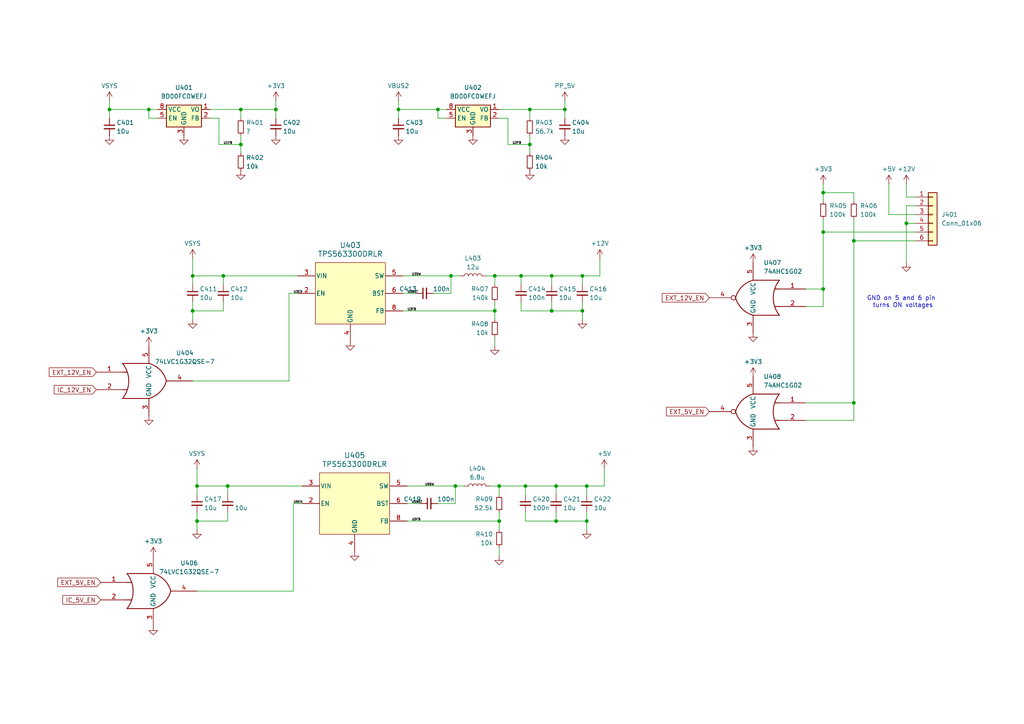
<source format=kicad_sch>
(kicad_sch (version 20231120) (generator "eeschema") (generator_version "8.0")
  (paper "A4")
  (title_block (title "Battery Pack Board") (date "2024-09-21") (rev "1.0") (company "WM"))
  (lib_symbols
    (symbol "74xGxx:74AHC1G02"
      (property "Reference" "U" (at -2.54 3.81 0))
      (property "Value" "74AHC1G02" (at 0 -3.81 0))
      (symbol "74AHC1G02_0_1"
        (arc (start -7.62 -5.08) (mid -5.838 0) (end -7.62 5.08) (stroke (width 0.254)))
        (arc (start 0 -5.08) (mid 3.1986 -3.2054) (end 5.08 0) (stroke (width 0.254)))
        (polyline (pts (xy -7.62 -2.54) (xy -6.35 -2.54)) (stroke (width 0.254)) (fill (type background)))
        (polyline (pts (xy -7.62 2.54) (xy -6.35 2.54)) (stroke (width 0.254)) (fill (type background)))
        (polyline (pts (xy 0 -5.08) (xy -7.62 -5.08)) (stroke (width 0.254)) (fill (type background)))
        (polyline (pts (xy 0 5.08) (xy -7.62 5.08)) (stroke (width 0.254)) (fill (type background)))
        (arc (start 5.08 0) (mid 3.2238 3.2304) (end 0 5.08) (stroke (width 0.254)))
      )
      (symbol "74AHC1G02_1_1"
        (pin input line (at -15.24 2.54 0) (length 7.62) (name "~") (number "1"))
        (pin input line (at -15.24 -2.54 0) (length 7.62) (name "~") (number "2"))
        (pin power_in line (at 0 -10.16 90) (length 5.08) (name "GND") (number "3"))
        (pin output inverted (at 12.7 0 180) (length 7.62) (name "~") (number "4"))
        (pin power_in line (at 0 10.16 270) (length 5.08) (name "VCC") (number "5"))
      )
    )
    (symbol "74xGxx:74AHC1G32"
      (property "Reference" "U" (at -2.54 3.81 0))
      (property "Value" "74AHC1G32" (at 0 -3.81 0))
      (symbol "74AHC1G32_0_1"
        (arc (start -7.62 -5.08) (mid -5.838 0) (end -7.62 5.08) (stroke (width 0.254)))
        (arc (start 0 -5.08) (mid 3.1986 -3.2054) (end 5.08 0) (stroke (width 0.254)))
        (polyline (pts (xy -7.62 -2.54) (xy -6.35 -2.54)) (stroke (width 0.254)) (fill (type background)))
        (polyline (pts (xy -7.62 2.54) (xy -6.35 2.54)) (stroke (width 0.254)) (fill (type background)))
        (polyline (pts (xy 0 -5.08) (xy -7.62 -5.08)) (stroke (width 0.254)) (fill (type background)))
        (polyline (pts (xy 0 5.08) (xy -7.62 5.08)) (stroke (width 0.254)) (fill (type background)))
        (arc (start 5.08 0) (mid 3.2238 3.2304) (end 0 5.08) (stroke (width 0.254)))
      )
      (symbol "74AHC1G32_1_1"
        (pin input line (at -15.24 2.54 0) (length 7.62) (name "~") (number "1"))
        (pin input line (at -15.24 -2.54 0) (length 7.62) (name "~") (number "2"))
        (pin power_in line (at 0 -10.16 90) (length 5.08) (name "GND") (number "3"))
        (pin output line (at 12.7 0 180) (length 7.62) (name "~") (number "4"))
        (pin power_in line (at 0 10.16 270) (length 5.08) (name "VCC") (number "5"))
      )
    )
    (symbol "Connector_Generic:Conn_01x06" (pin_names (offset 1.016) hide)
      (property "Reference" "J" (at 0 7.62 0))
      (property "Value" "Conn_01x06" (at 0 -10.16 0))
      (symbol "Conn_01x06_1_1"
        (rectangle (start -1.27 -7.493) (end 0 -7.747) (stroke (width 0.1524)))
        (rectangle (start -1.27 -4.953) (end 0 -5.207) (stroke (width 0.1524)))
        (rectangle (start -1.27 -2.413) (end 0 -2.667) (stroke (width 0.1524)))
        (rectangle (start -1.27 0.127) (end 0 -0.127) (stroke (width 0.1524)))
        (rectangle (start -1.27 2.667) (end 0 2.413) (stroke (width 0.1524)))
        (rectangle (start -1.27 5.207) (end 0 4.953) (stroke (width 0.1524)))
        (rectangle (start -1.27 6.35) (end 1.27 -8.89) (stroke (width 0.254)) (fill (type background)))
        (pin passive line (at -5.08 5.08 0) (length 3.81) (name "Pin_1") (number "1"))
        (pin passive line (at -5.08 2.54 0) (length 3.81) (name "Pin_2") (number "2"))
        (pin passive line (at -5.08 0 0) (length 3.81) (name "Pin_3") (number "3"))
        (pin passive line (at -5.08 -2.54 0) (length 3.81) (name "Pin_4") (number "4"))
        (pin passive line (at -5.08 -5.08 0) (length 3.81) (name "Pin_5") (number "5"))
        (pin passive line (at -5.08 -7.62 0) (length 3.81) (name "Pin_6") (number "6"))
      )
    )
    (symbol "Device:C_Small" (pin_numbers hide) (pin_names (offset 0.254) hide)
      (property "Reference" "C" (at 0.254 1.778 0))
      (property "Value" "C_Small" (at 0.254 -2.032 0))
      (symbol "C_Small_0_1"
        (polyline (pts (xy -1.524 -0.508) (xy 1.524 -0.508)) (stroke (width 0.3302)))
        (polyline (pts (xy -1.524 0.508) (xy 1.524 0.508)) (stroke (width 0.3048)))
      )
      (symbol "C_Small_1_1"
        (pin passive line (at 0 2.54 270) (length 2.032) (name "~") (number "1"))
        (pin passive line (at 0 -2.54 90) (length 2.032) (name "~") (number "2"))
      )
    )
    (symbol "Device:L" (pin_numbers hide) (pin_names (offset 1.016) hide)
      (property "Reference" "L" (at -1.27 0 90))
      (property "Value" "L" (at 1.905 0 90))
      (symbol "L_0_1"
        (arc (start 0 -2.54) (mid 0.6323 -1.905) (end 0 -1.27))
        (arc (start 0 -1.27) (mid 0.6323 -0.635) (end 0 0))
        (arc (start 0 0) (mid 0.6323 0.635) (end 0 1.27))
        (arc (start 0 1.27) (mid 0.6323 1.905) (end 0 2.54))
      )
      (symbol "L_1_1"
        (pin passive line (at 0 3.81 270) (length 1.27) (name "1") (number "1"))
        (pin passive line (at 0 -3.81 90) (length 1.27) (name "2") (number "2"))
      )
    )
    (symbol "Device:R_Small" (pin_numbers hide) (pin_names (offset 0.254) hide)
      (property "Reference" "R" (at 0.762 0.508 0))
      (property "Value" "R_Small" (at 0.762 -1.016 0))
      (symbol "R_Small_0_1"
        (rectangle (start -0.762 1.778) (end 0.762 -1.778) (stroke (width 0.2032)))
      )
      (symbol "R_Small_1_1"
        (pin passive line (at 0 2.54 270) (length 0.762) (name "~") (number "1"))
        (pin passive line (at 0 -2.54 90) (length 0.762) (name "~") (number "2"))
      )
    )
    (symbol "Regulator_Linear:BD00FC0WEFJ"
      (property "Reference" "U" (at 0 7.62 0))
      (property "Value" "BD00FC0WEFJ" (at 0 5.08 0))
      (symbol "BD00FC0WEFJ_0_1"
        (rectangle (start -5.08 -5.08) (end 5.08 1.27) (stroke (width 0.254)) (fill (type background)))
      )
      (symbol "BD00FC0WEFJ_1_1"
        (pin power_out line (at 7.62 0 180) (length 2.54) (name "VO") (number "1"))
        (pin input line (at 7.62 -2.54 180) (length 2.54) (name "FB") (number "2"))
        (pin power_in line (at 0 -7.62 90) (length 2.54) (name "GND") (number "3"))
        (pin no_connect line (at -3.81 -5.08 90) (length 2.54) hide (name "NC") (number "4"))
        (pin input line (at -7.62 -2.54 0) (length 2.54) (name "EN") (number "5"))
        (pin no_connect line (at -2.54 -5.08 90) (length 2.54) hide (name "NC") (number "6"))
        (pin no_connect line (at -1.27 -5.08 90) (length 2.54) hide (name "NC") (number "7"))
        (pin power_in line (at -7.62 0 0) (length 2.54) (name "VCC") (number "8"))
        (pin passive line (at 0 -7.62 90) (length 2.54) hide (name "GND") (number "9"))
      )
    )
    (symbol "TPS563300DRLR:TPS563300DRLR" (pin_names (offset 0.254))
      (property "Reference" "U" (at 0.508 11.684 0))
      (property "Value" "TPS563300DRLR" (at 0.508 9.144 0))
      (symbol "TPS563300DRLR_1_1"
        (rectangle (start -10.16 7.62) (end 10.16 -10.16) (fill (type background)))
        (pin no_connect line (at -15.24 -6.35 0) (length 5.08) hide (name "NC") (number "1"))
        (pin unspecified line (at -15.24 -1.27 0) (length 5.08) (name "EN") (number "2"))
        (pin power_in line (at -15.24 3.81 0) (length 5.08) (name "VIN") (number "3"))
        (pin power_out line (at 0 -15.24 90) (length 5.08) (name "GND") (number "4"))
        (pin power_in line (at 15.24 3.81 180) (length 5.08) (name "SW") (number "5"))
        (pin power_in line (at 15.24 -1.27 180) (length 5.08) (name "BST") (number "6"))
        (pin no_connect line (at -15.24 -6.35 0) (length 5.08) hide (name "NC") (number "7"))
        (pin unspecified line (at 15.24 -6.35 180) (length 5.08) (name "FB") (number "8"))
      )
    )
    (symbol "TPS563300DRLR_1" (pin_names (offset 0.254))
      (property "Reference" "U" (at 0.508 11.684 0))
      (property "Value" "TPS563300DRLR" (at 0.508 9.144 0))
      (symbol "TPS563300DRLR_1_1_1"
        (rectangle (start -10.16 7.62) (end 10.16 -10.16) (fill (type background)))
        (pin no_connect line (at -15.24 -6.35 0) (length 5.08) hide (name "NC") (number "1"))
        (pin unspecified line (at -15.24 -1.27 0) (length 5.08) (name "EN") (number "2"))
        (pin power_in line (at -15.24 3.81 0) (length 5.08) (name "VIN") (number "3"))
        (pin power_out line (at 0 -15.24 90) (length 5.08) (name "GND") (number "4"))
        (pin power_in line (at 15.24 3.81 180) (length 5.08) (name "SW") (number "5"))
        (pin power_in line (at 15.24 -1.27 180) (length 5.08) (name "BST") (number "6"))
        (pin no_connect line (at -15.24 -6.35 0) (length 5.08) hide (name "NC") (number "7"))
        (pin unspecified line (at 15.24 -6.35 180) (length 5.08) (name "FB") (number "8"))
      )
    )
    (symbol "power:+3.3V" (power) (pin_numbers hide) (pin_names (offset 0) hide)
      (property "Value" "+3.3V" (at 0 3.556 0))
      (symbol "+3.3V_0_1"
        (polyline (pts (xy -0.762 1.27) (xy 0 2.54)))
        (polyline (pts (xy 0 0) (xy 0 2.54)))
        (polyline (pts (xy 0 2.54) (xy 0.762 1.27)))
      )
      (symbol "+3.3V_1_1"
        (pin power_in line (at 0 0 90) (length 0) (name "~") (number "1"))
      )
    )
    (symbol "power:GND" (power) (pin_numbers hide) (pin_names (offset 0) hide)
      (property "Value" "GND" (at 0 -3.81 0))
      (symbol "GND_0_1"
        (polyline (pts (xy 0 0) (xy 0 -1.27) (xy 1.27 -1.27) (xy 0 -2.54) (xy -1.27 -1.27) (xy 0 -1.27)))
      )
      (symbol "GND_1_1"
        (pin power_in line (at 0 0 270) (length 0) (name "~") (number "1"))
      )
    )
  )
  (junction (at 247.65 116.84))
  (junction (at 170.18 151.13))
  (junction (at 64.77 80.01))
  (junction (at 144.78 151.13))
  (junction (at 161.29 151.13))
  (junction (at 80.01 31.75))
  (junction (at 160.02 90.17))
  (junction (at 127 31.75))
  (junction (at 57.15 140.97))
  (junction (at 69.85 31.75))
  (junction (at 152.4 140.97))
  (junction (at 143.51 80.01))
  (junction (at 168.91 90.17))
  (junction (at 55.88 90.17))
  (junction (at 143.51 90.17))
  (junction (at 132.08 140.97))
  (junction (at 130.81 80.01))
  (junction (at 144.78 140.97))
  (junction (at 115.57 31.75))
  (junction (at 55.88 80.01))
  (junction (at 31.75 31.75))
  (junction (at 66.04 140.97))
  (junction (at 69.85 41.91))
  (junction (at 151.13 80.01))
  (junction (at 153.67 31.75))
  (junction (at 168.91 80.01))
  (junction (at 262.89 64.77))
  (junction (at 163.83 31.75))
  (junction (at 43.18 31.75))
  (junction (at 238.76 83.82))
  (junction (at 160.02 80.01))
  (junction (at 57.15 151.13))
  (junction (at 238.76 67.31))
  (junction (at 161.29 140.97))
  (junction (at 170.18 140.97))
  (junction (at 153.67 41.91))
  (junction (at 238.76 55.88))
  (junction (at 247.65 69.85))
  (wire (pts (xy 175.26 135.89) (xy 175.26 140.97)))
  (wire (pts (xy 125.73 85.09) (xy 130.81 85.09)))
  (wire (pts (xy 173.99 74.93) (xy 173.99 80.01)))
  (wire (pts (xy 152.4 151.13) (xy 161.29 151.13)))
  (wire (pts (xy 57.15 135.89) (xy 57.15 140.97)))
  (wire (pts (xy 147.32 41.91) (xy 153.67 41.91)))
  (wire (pts (xy 247.65 55.88) (xy 247.65 58.42)))
  (wire (pts (xy 247.65 69.85) (xy 247.65 116.84)))
  (wire (pts (xy 83.82 85.09) (xy 86.36 85.09)))
  (wire (pts (xy 238.76 53.34) (xy 238.76 55.88)))
  (wire (pts (xy 130.81 80.01) (xy 130.81 85.09)))
  (wire (pts (xy 127 34.29) (xy 129.54 34.29)))
  (wire (pts (xy 80.01 29.21) (xy 80.01 31.75)))
  (wire (pts (xy 262.89 57.15) (xy 262.89 53.34)))
  (wire (pts (xy 144.78 140.97) (xy 144.78 143.51)))
  (wire (pts (xy 161.29 140.97) (xy 170.18 140.97)))
  (wire (pts (xy 153.67 41.91) (xy 153.67 44.45)))
  (wire (pts (xy 140.97 80.01) (xy 143.51 80.01)))
  (wire (pts (xy 238.76 55.88) (xy 247.65 55.88)))
  (wire (pts (xy 80.01 34.29) (xy 80.01 31.75)))
  (wire (pts (xy 57.15 151.13) (xy 66.04 151.13)))
  (wire (pts (xy 55.88 92.71) (xy 55.88 90.17)))
  (wire (pts (xy 153.67 39.37) (xy 153.67 41.91)))
  (wire (pts (xy 238.76 55.88) (xy 238.76 58.42)))
  (wire (pts (xy 127 31.75) (xy 127 34.29)))
  (wire (pts (xy 238.76 88.9) (xy 238.76 83.82)))
  (wire (pts (xy 31.75 31.75) (xy 31.75 34.29)))
  (wire (pts (xy 60.96 31.75) (xy 69.85 31.75)))
  (wire (pts (xy 152.4 140.97) (xy 152.4 143.51)))
  (wire (pts (xy 55.88 80.01) (xy 64.77 80.01)))
  (wire (pts (xy 151.13 90.17) (xy 160.02 90.17)))
  (wire (pts (xy 129.54 31.75) (xy 127 31.75)))
  (wire (pts (xy 64.77 87.63) (xy 64.77 90.17)))
  (wire (pts (xy 144.78 151.13) (xy 144.78 148.59)))
  (wire (pts (xy 144.78 140.97) (xy 152.4 140.97)))
  (wire (pts (xy 43.18 34.29) (xy 45.72 34.29)))
  (wire (pts (xy 130.81 80.01) (xy 133.35 80.01)))
  (wire (pts (xy 118.11 151.13) (xy 144.78 151.13)))
  (wire (pts (xy 55.88 90.17) (xy 64.77 90.17)))
  (wire (pts (xy 115.57 31.75) (xy 115.57 34.29)))
  (wire (pts (xy 168.91 90.17) (xy 168.91 87.63)))
  (wire (pts (xy 143.51 80.01) (xy 143.51 82.55)))
  (wire (pts (xy 265.43 59.69) (xy 262.89 59.69)))
  (wire (pts (xy 170.18 153.67) (xy 170.18 151.13)))
  (wire (pts (xy 43.18 31.75) (xy 43.18 34.29)))
  (wire (pts (xy 57.15 140.97) (xy 57.15 143.51)))
  (wire (pts (xy 161.29 151.13) (xy 170.18 151.13)))
  (wire (pts (xy 161.29 140.97) (xy 161.29 143.51)))
  (wire (pts (xy 60.96 34.29) (xy 63.5 34.29)))
  (wire (pts (xy 55.88 74.93) (xy 55.88 80.01)))
  (wire (pts (xy 45.72 31.75) (xy 43.18 31.75)))
  (wire (pts (xy 80.01 31.75) (xy 69.85 31.75)))
  (wire (pts (xy 160.02 87.63) (xy 160.02 90.17)))
  (wire (pts (xy 262.89 64.77) (xy 265.43 64.77)))
  (wire (pts (xy 160.02 90.17) (xy 168.91 90.17)))
  (wire (pts (xy 265.43 57.15) (xy 262.89 57.15)))
  (wire (pts (xy 132.08 140.97) (xy 134.62 140.97)))
  (wire (pts (xy 132.08 140.97) (xy 132.08 146.05)))
  (wire (pts (xy 153.67 31.75) (xy 153.67 34.29)))
  (wire (pts (xy 55.88 110.49) (xy 83.82 110.49)))
  (wire (pts (xy 147.32 34.29) (xy 147.32 41.91)))
  (wire (pts (xy 57.15 153.67) (xy 57.15 151.13)))
  (wire (pts (xy 143.51 100.33) (xy 143.51 97.79)))
  (wire (pts (xy 238.76 83.82) (xy 233.68 83.82)))
  (wire (pts (xy 163.83 29.21) (xy 163.83 31.75)))
  (wire (pts (xy 116.84 80.01) (xy 130.81 80.01)))
  (wire (pts (xy 175.26 140.97) (xy 170.18 140.97)))
  (wire (pts (xy 57.15 171.45) (xy 85.09 171.45)))
  (wire (pts (xy 127 146.05) (xy 132.08 146.05)))
  (wire (pts (xy 247.65 63.5) (xy 247.65 69.85)))
  (wire (pts (xy 168.91 80.01) (xy 168.91 82.55)))
  (wire (pts (xy 83.82 110.49) (xy 83.82 85.09)))
  (wire (pts (xy 143.51 90.17) (xy 143.51 92.71)))
  (wire (pts (xy 233.68 116.84) (xy 247.65 116.84)))
  (wire (pts (xy 69.85 41.91) (xy 69.85 44.45)))
  (wire (pts (xy 142.24 140.97) (xy 144.78 140.97)))
  (wire (pts (xy 118.11 140.97) (xy 132.08 140.97)))
  (wire (pts (xy 163.83 31.75) (xy 153.67 31.75)))
  (wire (pts (xy 66.04 148.59) (xy 66.04 151.13)))
  (wire (pts (xy 116.84 90.17) (xy 143.51 90.17)))
  (wire (pts (xy 64.77 80.01) (xy 86.36 80.01)))
  (wire (pts (xy 144.78 34.29) (xy 147.32 34.29)))
  (wire (pts (xy 170.18 140.97) (xy 170.18 143.51)))
  (wire (pts (xy 265.43 62.23) (xy 257.81 62.23)))
  (wire (pts (xy 151.13 80.01) (xy 160.02 80.01)))
  (wire (pts (xy 151.13 80.01) (xy 151.13 82.55)))
  (wire (pts (xy 55.88 90.17) (xy 55.88 87.63)))
  (wire (pts (xy 143.51 80.01) (xy 151.13 80.01)))
  (wire (pts (xy 160.02 80.01) (xy 160.02 82.55)))
  (wire (pts (xy 257.81 62.23) (xy 257.81 53.34)))
  (wire (pts (xy 168.91 92.71) (xy 168.91 90.17)))
  (wire (pts (xy 144.78 161.29) (xy 144.78 158.75)))
  (wire (pts (xy 160.02 80.01) (xy 168.91 80.01)))
  (wire (pts (xy 66.04 140.97) (xy 66.04 143.51)))
  (wire (pts (xy 238.76 67.31) (xy 265.43 67.31)))
  (wire (pts (xy 64.77 80.01) (xy 64.77 82.55)))
  (wire (pts (xy 262.89 64.77) (xy 262.89 76.2)))
  (wire (pts (xy 163.83 34.29) (xy 163.83 31.75)))
  (wire (pts (xy 144.78 151.13) (xy 144.78 153.67)))
  (wire (pts (xy 57.15 151.13) (xy 57.15 148.59)))
  (wire (pts (xy 116.84 85.09) (xy 120.65 85.09)))
  (wire (pts (xy 247.65 116.84) (xy 247.65 121.92)))
  (wire (pts (xy 152.4 140.97) (xy 161.29 140.97)))
  (wire (pts (xy 247.65 121.92) (xy 233.68 121.92)))
  (wire (pts (xy 69.85 39.37) (xy 69.85 41.91)))
  (wire (pts (xy 63.5 41.91) (xy 69.85 41.91)))
  (wire (pts (xy 118.11 146.05) (xy 121.92 146.05)))
  (wire (pts (xy 233.68 88.9) (xy 238.76 88.9)))
  (wire (pts (xy 69.85 31.75) (xy 69.85 34.29)))
  (wire (pts (xy 85.09 171.45) (xy 85.09 146.05)))
  (wire (pts (xy 152.4 148.59) (xy 152.4 151.13)))
  (wire (pts (xy 115.57 29.21) (xy 115.57 31.75)))
  (wire (pts (xy 144.78 31.75) (xy 153.67 31.75)))
  (wire (pts (xy 262.89 59.69) (xy 262.89 64.77)))
  (wire (pts (xy 238.76 67.31) (xy 238.76 83.82)))
  (wire (pts (xy 247.65 69.85) (xy 265.43 69.85)))
  (wire (pts (xy 238.76 63.5) (xy 238.76 67.31)))
  (wire (pts (xy 168.91 80.01) (xy 173.99 80.01)))
  (wire (pts (xy 55.88 80.01) (xy 55.88 82.55)))
  (wire (pts (xy 63.5 34.29) (xy 63.5 41.91)))
  (wire (pts (xy 143.51 90.17) (xy 143.51 87.63)))
  (wire (pts (xy 161.29 148.59) (xy 161.29 151.13)))
  (wire (pts (xy 43.18 31.75) (xy 31.75 31.75)))
  (wire (pts (xy 57.15 140.97) (xy 66.04 140.97)))
  (wire (pts (xy 127 31.75) (xy 115.57 31.75)))
  (wire (pts (xy 31.75 29.21) (xy 31.75 31.75)))
  (wire (pts (xy 85.09 146.05) (xy 87.63 146.05)))
  (wire (pts (xy 151.13 87.63) (xy 151.13 90.17)))
  (wire (pts (xy 66.04 140.97) (xy 87.63 140.97)))
  (wire (pts (xy 170.18 151.13) (xy 170.18 148.59)))
  (text "GND on 5 and 6 pin \nturns ON voltages" (at 261.874 87.63 0) (effects (font (size 1.27 1.27))))
  (label "U1FB" (at 64.77 41.91 0) (effects (font (size 0.635 0.635))))
  (label "U3BST" (at 118.11 85.09 0) (effects (font (size 0.635 0.635))))
  (label "U5FB" (at 119.38 151.13 0) (effects (font (size 0.635 0.635))))
  (label "U2FB" (at 148.59 41.91 0) (effects (font (size 0.635 0.635))))
  (label "U3EN" (at 85.09 85.09 0) (effects (font (size 0.635 0.635))))
  (label "U5BST" (at 119.38 146.05 0) (effects (font (size 0.635 0.635))))
  (label "U5SW" (at 123.19 140.97 0) (effects (font (size 0.635 0.635))))
  (label "U5EN" (at 85.09 146.05 0) (effects (font (size 0.635 0.635))))
  (label "U3FB" (at 118.11 90.17 0) (effects (font (size 0.635 0.635))))
  (label "U3SW" (at 119.38 80.01 0) (effects (font (size 0.635 0.635))))
  (global_label "EXT_12V_EN" (shape input) (at 27.94 107.95 180) (property "Intersheetrefs" "${INTERSHEET_REFS}" (effects (hide yes))))
  (global_label "IC_12V_EN" (shape input) (at 27.94 113.03 180) (property "Intersheetrefs" "${INTERSHEET_REFS}" (effects (hide yes))))
  (global_label "EXT_5V_EN" (shape input) (at 29.21 168.91 180) (property "Intersheetrefs" "${INTERSHEET_REFS}" (effects (hide yes))))
  (global_label "EXT_12V_EN" (shape input) (at 205.74 86.36 180) (property "Intersheetrefs" "${INTERSHEET_REFS}" (effects (hide yes))))
  (global_label "IC_5V_EN" (shape input) (at 29.21 173.99 180) (property "Intersheetrefs" "${INTERSHEET_REFS}" (effects (hide yes))))
  (global_label "EXT_5V_EN" (shape input) (at 205.74 119.38 180) (property "Intersheetrefs" "${INTERSHEET_REFS}" (effects (hide yes))))
  (symbol (lib_id "Device:C_Small") (at 152.4 146.05 0) (unit 1)
    (property "Reference" "C420" (at 154.432 144.78 0) (effects (justify left)))
    (property "Value" "100n" (at 154.432 147.32 0) (effects (justify left)))
    (property "Footprint" "Capacitor_SMD:C_0402_1005Metric" (effects (hide yes)))
    (property "Description" "Unpolarized capacitor, small symbol" (effects (hide yes)))
  )
  (symbol (lib_id "power:+3.3V") (at 257.81 53.34 0) (unit 1)
    (property "Reference" "#PWR0430" (effects (hide yes)))
    (property "Value" "+5V" (at 257.81 49.022 0))
    (property "Description" "Power symbol creates a global label with name \"+3.3V\"" (effects (hide yes)))
  )
  (symbol (lib_id "power:GND") (at 44.45 181.61 0) (unit 1)
    (property "Reference" "#PWR0428" (effects (hide yes)))
    (property "Value" "GND" (effects (hide yes)))
    (property "Description" "Power symbol creates a global label with name \"GND\" , ground" (effects (hide yes)))
  )
  (symbol (lib_id "power:+3.3V") (at 31.75 29.21 0) (unit 1)
    (property "Reference" "#PWR0401" (effects (hide yes)))
    (property "Value" "VSYS" (at 31.75 24.892 0))
    (property "Description" "Power symbol creates a global label with name \"+3.3V\"" (effects (hide yes)))
  )
  (symbol (lib_id "Device:C_Small") (at 151.13 85.09 0) (unit 1)
    (property "Reference" "C414" (at 153.162 83.82 0) (effects (justify left)))
    (property "Value" "100n" (at 153.162 86.36 0) (effects (justify left)))
    (property "Footprint" "Capacitor_SMD:C_0402_1005Metric" (effects (hide yes)))
    (property "Description" "Unpolarized capacitor, small symbol" (effects (hide yes)))
  )
  (symbol (lib_id "power:GND") (at 57.15 153.67 0) (unit 1)
    (property "Reference" "#PWR0423" (effects (hide yes)))
    (property "Value" "GND" (effects (hide yes)))
    (property "Description" "Power symbol creates a global label with name \"GND\" , ground" (effects (hide yes)))
  )
  (symbol (lib_id "power:GND") (at 143.51 100.33 0) (unit 1)
    (property "Reference" "#PWR0419" (effects (hide yes)))
    (property "Value" "GND" (effects (hide yes)))
    (property "Description" "Power symbol creates a global label with name \"GND\" , ground" (effects (hide yes)))
  )
  (symbol (lib_id "power:GND") (at 43.18 120.65 0) (unit 1)
    (property "Reference" "#PWR0420" (effects (hide yes)))
    (property "Value" "GND" (effects (hide yes)))
    (property "Description" "Power symbol creates a global label with name \"GND\" , ground" (effects (hide yes)))
  )
  (symbol (lib_id "TPS563300DRLR:TPS563300DRLR") (at 102.87 144.78 0) (unit 1)
    (property "Reference" "U405" (at 102.87 132.08 0) (effects (font (size 1.524 1.524))))
    (property "Value" "TPS563300DRLR" (at 102.87 134.62 0) (effects (font (size 1.524 1.524))))
    (property "Footprint" "TPS563300DRLR:SOT583_DRL" (effects (hide yes)))
    (property "Datasheet" "https://www.ti.com/lit/ds/symlink/tps563300.pdf?ts=1723023505574&ref_url=https%253A%252F%252Fwww.mouser.pl%252F" (effects (hide yes)))
    (property "Mouser" "https://www.mouser.pl/ProductDetail/Texas-Instruments/TPS563300DRLR?qs=vvQtp7zwQdMDxJAw0dSlAg%3D%3D" (effects (hide yes)))
  )
  (symbol (lib_id "power:+3.3V") (at 43.18 100.33 0) (unit 1)
    (property "Reference" "#PWR0418" (effects (hide yes)))
    (property "Value" "+3V3" (at 43.18 96.012 0))
    (property "Description" "Power symbol creates a global label with name \"+3.3V\"" (effects (hide yes)))
  )
  (symbol (lib_id "Device:R_Small") (at 143.51 95.25 0) (mirror y) (unit 1)
    (property "Reference" "R408" (at 141.732 93.98 0) (effects (justify left)))
    (property "Value" "10k" (at 141.732 96.52 0) (effects (justify left)))
    (property "Footprint" "Resistor_SMD:R_0402_1005Metric" (effects (hide yes)))
    (property "Description" "Resistor, small symbol" (effects (hide yes)))
  )
  (symbol (lib_id "Device:R_Small") (at 144.78 146.05 0) (mirror y) (unit 1)
    (property "Reference" "R409" (at 143.002 144.78 0) (effects (justify left)))
    (property "Value" "52.5k" (at 143.002 147.32 0) (effects (justify left)))
    (property "Footprint" "Resistor_SMD:R_0402_1005Metric" (effects (hide yes)))
    (property "Description" "Resistor, small symbol" (effects (hide yes)))
  )
  (symbol (lib_id "Device:R_Small") (at 153.67 46.99 0) (unit 1)
    (property "Reference" "R404" (at 155.194 45.72 0) (effects (justify left)))
    (property "Value" "10k" (at 155.194 48.26 0) (effects (justify left)))
    (property "Footprint" "Resistor_SMD:R_0402_1005Metric" (effects (hide yes)))
    (property "Description" "Resistor, small symbol" (effects (hide yes)))
  )
  (symbol (lib_id "power:GND") (at 102.87 160.02 0) (unit 1)
    (property "Reference" "#PWR0425" (effects (hide yes)))
    (property "Value" "GND" (effects (hide yes)))
    (property "Description" "Power symbol creates a global label with name \"GND\" , ground" (effects (hide yes)))
  )
  (symbol (lib_id "Regulator_Linear:BD00FC0WEFJ") (at 137.16 31.75 0) (unit 1)
    (property "Reference" "U402" (at 137.16 25.4 0))
    (property "Value" "BD00FC0WEFJ" (at 137.16 27.94 0))
    (property "Footprint" "Package_SO:HTSOP-8-1EP_3.9x4.9mm_P1.27mm_EP2.4x3.2mm" (effects (hide yes)))
    (property "Datasheet" "https://fscdn.rohm.com/en/products/databook/datasheet/ic/power/linear_regulator/bdxxfc0wefj-e.pdf" (effects (hide yes)))
    (property "Description" "1A, variable LDO regulator with OVP & TSP, with enable, HTSOP-J8" (effects (hide yes)))
    (property "Mouser" "https://www.mouser.pl/ProductDetail/ROHM-Semiconductor/BD00FC0WEFJ-E2?qs=%2FKR40Cd6GUr9XEO%2FNy5aPg%3D%3D" (effects (hide yes)))
  )
  (symbol (lib_id "Device:C_Small") (at 31.75 36.83 0) (unit 1)
    (property "Reference" "C401" (at 33.782 35.56 0) (effects (justify left)))
    (property "Value" "10u" (at 33.782 38.1 0) (effects (justify left)))
    (property "Footprint" "Capacitor_SMD:C_1206_3216Metric" (effects (hide yes)))
    (property "Description" "Unpolarized capacitor, small symbol" (effects (hide yes)))
  )
  (symbol (lib_id "power:+3.3V") (at 55.88 74.93 0) (unit 1)
    (property "Reference" "#PWR0413" (effects (hide yes)))
    (property "Value" "VSYS" (at 55.88 70.612 0))
    (property "Description" "Power symbol creates a global label with name \"+3.3V\"" (effects (hide yes)))
  )
  (symbol (lib_id "power:+3.3V") (at 173.99 74.93 0) (unit 1)
    (property "Reference" "#PWR0414" (effects (hide yes)))
    (property "Value" "+12V" (at 173.99 70.612 0))
    (property "Description" "Power symbol creates a global label with name \"+3.3V\"" (effects (hide yes)))
  )
  (symbol (lib_id "power:GND") (at 262.89 76.2 0) (unit 1)
    (property "Reference" "#PWR0431" (effects (hide yes)))
    (property "Value" "GND" (effects (hide yes)))
    (property "Description" "Power symbol creates a global label with name \"GND\" , ground" (effects (hide yes)))
  )
  (symbol (lib_id "power:+3.3V") (at 238.76 53.34 0) (mirror y) (unit 1)
    (property "Reference" "#PWR0434" (effects (hide yes)))
    (property "Value" "+3V3" (at 238.76 49.022 0))
    (property "Description" "Power symbol creates a global label with name \"+3.3V\"" (effects (hide yes)))
  )
  (symbol (lib_id "power:+3.3V") (at 80.01 29.21 0) (unit 1)
    (property "Reference" "#PWR0402" (effects (hide yes)))
    (property "Value" "+3V3" (at 80.01 24.892 0))
    (property "Description" "Power symbol creates a global label with name \"+3.3V\"" (effects (hide yes)))
  )
  (symbol (lib_id "power:GND") (at 55.88 92.71 0) (unit 1)
    (property "Reference" "#PWR0415" (effects (hide yes)))
    (property "Value" "GND" (effects (hide yes)))
    (property "Description" "Power symbol creates a global label with name \"GND\" , ground" (effects (hide yes)))
  )
  (symbol (lib_id "power:+3.3V") (at 175.26 135.89 0) (unit 1)
    (property "Reference" "#PWR0422" (effects (hide yes)))
    (property "Value" "+5V" (at 175.26 131.572 0))
    (property "Description" "Power symbol creates a global label with name \"+3.3V\"" (effects (hide yes)))
  )
  (symbol (lib_id "power:+3.3V") (at 115.57 29.21 0) (unit 1)
    (property "Reference" "#PWR0407" (effects (hide yes)))
    (property "Value" "VBUS2" (at 115.57 24.892 0))
    (property "Description" "Power symbol creates a global label with name \"+3.3V\"" (effects (hide yes)))
  )
  (symbol (lib_id "Device:C_Small") (at 57.15 146.05 0) (unit 1)
    (property "Reference" "C417" (at 59.182 144.78 0) (effects (justify left)))
    (property "Value" "10u" (at 59.182 147.32 0) (effects (justify left)))
    (property "Footprint" "Capacitor_SMD:C_1206_3216Metric" (effects (hide yes)))
    (property "Description" "Unpolarized capacitor, small symbol" (effects (hide yes)))
  )
  (symbol (lib_id "Device:C_Small") (at 80.01 36.83 0) (unit 1)
    (property "Reference" "C402" (at 82.042 35.56 0) (effects (justify left)))
    (property "Value" "10u" (at 82.042 38.1 0) (effects (justify left)))
    (property "Footprint" "Capacitor_SMD:C_1206_3216Metric" (effects (hide yes)))
    (property "Description" "Unpolarized capacitor, small symbol" (effects (hide yes)))
  )
  (symbol (lib_id "power:+3.3V") (at 218.44 109.22 0) (mirror y) (unit 1)
    (property "Reference" "#PWR0432" (effects (hide yes)))
    (property "Value" "+3V3" (at 218.44 104.902 0))
    (property "Description" "Power symbol creates a global label with name \"+3.3V\"" (effects (hide yes)))
  )
  (symbol (lib_id "Device:L") (at 138.43 140.97 90) (unit 1)
    (property "Reference" "L404" (at 138.43 135.89 90))
    (property "Value" "6.8u" (at 138.43 138.43 90))
    (property "Footprint" "SRP4020TA:SRP4020TA" (effects (hide yes)))
    (property "Datasheet" "https://www.mouser.pl/datasheet/2/54/Bourns_SRP7020TA_datasheet-2758365.pdf" (effects (hide yes)))
    (property "Description" "Inductor" (effects (hide yes)))
    (property "Mouser" "https://www.mouser.pl/ProductDetail/Bourns/SRP7020TA-6R8M?qs=A6eO%252BMLsxmRl1bBVE1T7zg%3D%3D" (effects (hide yes)))
  )
  (symbol (lib_id "74xGxx:74AHC1G02") (at 218.44 86.36 0) (mirror y) (unit 1)
    (property "Reference" "U407" (at 221.4565 76.2 0) (effects (justify right)))
    (property "Value" "74AHC1G02" (at 221.4565 78.74 0) (effects (justify right)))
    (property "Footprint" "74LVC1G02SE-7:SOT65P210X110-5N_SOT-353" (effects (hide yes)))
    (property "Datasheet" "http://www.ti.com/lit/sg/scyt129e/scyt129e.pdf" (effects (hide yes)))
    (property "Description" "Single NOR Gate, Low-Voltage CMOS" (effects (hide yes)))
  )
  (symbol (lib_id "Device:C_Small") (at 66.04 146.05 0) (unit 1)
    (property "Reference" "C418" (effects (hide yes)))
    (property "Value" "10u" (at 68.072 147.32 0) (effects (justify left)))
    (property "Footprint" "Capacitor_SMD:C_1206_3216Metric" (effects (hide yes)))
    (property "Description" "Unpolarized capacitor, small symbol" (effects (hide yes)))
  )
  (symbol (lib_id "74xGxx:74AHC1G32") (at 44.45 171.45 0) (unit 1)
    (property "Reference" "U406" (at 54.864 163.322 0))
    (property "Value" "74LVC1G32QSE-7" (at 54.864 165.862 0))
    (property "Footprint" "74LVC1G02SE-7:SOT65P210X110-5N_SOT-353" (effects (hide yes)))
    (property "Datasheet" "https://www.mouser.pl/datasheet/2/115/DIOD_S_A0010762260_1-2543563.pdf" (effects (hide yes)))
    (property "Description" "Single OR Gate, Low-Voltage CMOS" (effects (hide yes)))
    (property "Mouser" "https://www.mouser.pl/ProductDetail/Diodes-Incorporated/74LVC1G32QSE-7?qs=sGAEpiMZZMuyBeSSR239ISiwvSAD5NlF5sF9aZSa8C3ee8vWrGDrkg%3D%3D" (effects (hide yes)))
  )
  (symbol (lib_id "Device:C_Small") (at 64.77 85.09 0) (unit 1)
    (property "Reference" "C412" (at 66.802 83.82 0) (effects (justify left)))
    (property "Value" "10u" (at 66.802 86.36 0) (effects (justify left)))
    (property "Footprint" "Capacitor_SMD:C_1206_3216Metric" (effects (hide yes)))
    (property "Description" "Unpolarized capacitor, small symbol" (effects (hide yes)))
  )
  (symbol (lib_id "power:GND") (at 137.16 39.37 0) (unit 1)
    (property "Reference" "#PWR0410" (effects (hide yes)))
    (property "Value" "GND" (effects (hide yes)))
    (property "Description" "Power symbol creates a global label with name \"GND\" , ground" (effects (hide yes)))
  )
  (symbol (lib_id "power:+3.3V") (at 262.89 53.34 0) (unit 1)
    (property "Reference" "#PWR0429" (effects (hide yes)))
    (property "Value" "+12V" (at 262.89 49.022 0))
    (property "Description" "Power symbol creates a global label with name \"+3.3V\"" (effects (hide yes)))
  )
  (symbol (lib_id "Device:R_Small") (at 69.85 46.99 0) (unit 1)
    (property "Reference" "R402" (at 71.374 45.72 0) (effects (justify left)))
    (property "Value" "10k" (at 71.374 48.26 0) (effects (justify left)))
    (property "Footprint" "Resistor_SMD:R_0402_1005Metric" (effects (hide yes)))
    (property "Description" "Resistor, small symbol" (effects (hide yes)))
  )
  (symbol (lib_id "Connector_Generic:Conn_01x06") (at 270.51 62.23 0) (unit 1)
    (property "Reference" "J401" (at 273.05 62.2299 0) (effects (justify left)))
    (property "Value" "Conn_01x06" (at 273.05 64.7699 0) (effects (justify left)))
    (property "Footprint" "436500600:436500600" (effects (hide yes)))
    (property "Datasheet" "https://www.tme.eu/Document/8870926e7a9f1e6e1b9280e51121ba82/MX-43650-0600.pdf" (effects (hide yes)))
    (property "Description" "Generic connector, single row, 01x06, script generated (kicad-library-utils/schlib/autogen/connector/)" (effects (hide yes)))
    (property "TME" "https://www.tme.eu/pl/details/mx-43650-0600/zlacza-sygnalowe-raster-3-00mm/molex/43650-0600/" (effects (hide yes)))
  )
  (symbol (lib_id "Device:C_Small") (at 161.29 146.05 0) (unit 1)
    (property "Reference" "C421" (at 163.322 144.78 0) (effects (justify left)))
    (property "Value" "10u" (at 163.322 147.32 0) (effects (justify left)))
    (property "Footprint" "Capacitor_SMD:C_1206_3216Metric" (effects (hide yes)))
    (property "Description" "Unpolarized capacitor, small symbol" (effects (hide yes)))
  )
  (symbol (lib_id "74xGxx:74AHC1G02") (at 218.44 119.38 0) (mirror y) (unit 1)
    (property "Reference" "U408" (at 221.4565 109.22 0) (effects (justify right)))
    (property "Value" "74AHC1G02" (at 221.4565 111.76 0) (effects (justify right)))
    (property "Footprint" "74LVC1G02SE-7:SOT65P210X110-5N_SOT-353" (effects (hide yes)))
    (property "Datasheet" "http://www.ti.com/lit/sg/scyt129e/scyt129e.pdf" (effects (hide yes)))
    (property "Description" "Single NOR Gate, Low-Voltage CMOS" (effects (hide yes)))
  )
  (symbol (lib_id "Device:R_Small") (at 238.76 60.96 0) (unit 1)
    (property "Reference" "R405" (at 240.538 59.69 0) (effects (justify left)))
    (property "Value" "100k" (at 240.538 62.23 0) (effects (justify left)))
    (property "Footprint" "Resistor_SMD:R_0402_1005Metric" (effects (hide yes)))
    (property "Description" "Resistor, small symbol" (effects (hide yes)))
  )
  (symbol (lib_id "power:GND") (at 163.83 39.37 0) (unit 1)
    (property "Reference" "#PWR0411" (effects (hide yes)))
    (property "Value" "GND" (effects (hide yes)))
    (property "Description" "Power symbol creates a global label with name \"GND\" , ground" (effects (hide yes)))
  )
  (symbol (lib_id "Device:C_Small") (at 55.88 85.09 0) (unit 1)
    (property "Reference" "C411" (at 57.912 83.82 0) (effects (justify left)))
    (property "Value" "10u" (at 57.912 86.36 0) (effects (justify left)))
    (property "Footprint" "Capacitor_SMD:C_1206_3216Metric" (effects (hide yes)))
    (property "Description" "Unpolarized capacitor, small symbol" (effects (hide yes)))
  )
  (symbol (lib_id "power:GND") (at 170.18 153.67 0) (unit 1)
    (property "Reference" "#PWR0424" (effects (hide yes)))
    (property "Value" "GND" (effects (hide yes)))
    (property "Description" "Power symbol creates a global label with name \"GND\" , ground" (effects (hide yes)))
  )
  (symbol (lib_id "Device:C_Small") (at 115.57 36.83 0) (unit 1)
    (property "Reference" "C403" (at 117.602 35.56 0) (effects (justify left)))
    (property "Value" "10u" (at 117.602 38.1 0) (effects (justify left)))
    (property "Footprint" "Capacitor_SMD:C_1206_3216Metric" (effects (hide yes)))
    (property "Description" "Unpolarized capacitor, small symbol" (effects (hide yes)))
  )
  (symbol (lib_name "TPS563300DRLR_1") (lib_id "TPS563300DRLR:TPS563300DRLR") (at 101.6 83.82 0) (unit 1)
    (property "Reference" "U403" (at 101.6 71.12 0) (effects (font (size 1.524 1.524))))
    (property "Value" "TPS563300DRLR" (at 101.6 73.66 0) (effects (font (size 1.524 1.524))))
    (property "Footprint" "TPS563300DRLR:SOT583_DRL" (effects (hide yes)))
    (property "Datasheet" "https://www.ti.com/lit/ds/symlink/tps563300.pdf?ts=1723023505574&ref_url=https%253A%252F%252Fwww.mouser.pl%252F" (effects (hide yes)))
    (property "Mouser" "https://www.mouser.pl/ProductDetail/Texas-Instruments/TPS563300DRLR?qs=vvQtp7zwQdMDxJAw0dSlAg%3D%3D" (effects (hide yes)))
  )
  (symbol (lib_id "Device:R_Small") (at 247.65 60.96 0) (unit 1)
    (property "Reference" "R406" (at 249.428 59.69 0) (effects (justify left)))
    (property "Value" "100k" (at 249.428 62.23 0) (effects (justify left)))
    (property "Footprint" "Resistor_SMD:R_0402_1005Metric" (effects (hide yes)))
    (property "Description" "Resistor, small symbol" (effects (hide yes)))
  )
  (symbol (lib_id "Device:C_Small") (at 168.91 85.09 0) (unit 1)
    (property "Reference" "C416" (at 170.942 83.82 0) (effects (justify left)))
    (property "Value" "10u" (at 170.942 86.36 0) (effects (justify left)))
    (property "Footprint" "Capacitor_SMD:C_1206_3216Metric" (effects (hide yes)))
    (property "Description" "Unpolarized capacitor, small symbol" (effects (hide yes)))
  )
  (symbol (lib_id "power:+3.3V") (at 57.15 135.89 0) (unit 1)
    (property "Reference" "#PWR0421" (effects (hide yes)))
    (property "Value" "VSYS" (at 57.15 131.572 0))
    (property "Description" "Power symbol creates a global label with name \"+3.3V\"" (effects (hide yes)))
  )
  (symbol (lib_id "Regulator_Linear:BD00FC0WEFJ") (at 53.34 31.75 0) (unit 1)
    (property "Reference" "U401" (at 53.34 25.4 0))
    (property "Value" "BD00FC0WEFJ" (at 53.34 27.94 0))
    (property "Footprint" "Package_SO:HTSOP-8-1EP_3.9x4.9mm_P1.27mm_EP2.4x3.2mm" (effects (hide yes)))
    (property "Datasheet" "https://fscdn.rohm.com/en/products/databook/datasheet/ic/power/linear_regulator/bdxxfc0wefj-e.pdf" (effects (hide yes)))
    (property "Description" "1A, variable LDO regulator with OVP & TSP, with enable, HTSOP-J8" (effects (hide yes)))
    (property "Mouser" "https://www.mouser.pl/ProductDetail/ROHM-Semiconductor/BD00FC0WEFJ-E2?qs=%2FKR40Cd6GUr9XEO%2FNy5aPg%3D%3D" (effects (hide yes)))
  )
  (symbol (lib_id "power:GND") (at 218.44 96.52 0) (unit 1)
    (property "Reference" "#PWR0435" (effects (hide yes)))
    (property "Value" "GND" (effects (hide yes)))
    (property "Description" "Power symbol creates a global label with name \"GND\" , ground" (effects (hide yes)))
  )
  (symbol (lib_id "power:+3.3V") (at 218.44 76.2 0) (mirror y) (unit 1)
    (property "Reference" "#PWR0433" (effects (hide yes)))
    (property "Value" "+3V3" (at 218.44 71.882 0))
    (property "Description" "Power symbol creates a global label with name \"+3.3V\"" (effects (hide yes)))
  )
  (symbol (lib_id "power:GND") (at 69.85 49.53 0) (unit 1)
    (property "Reference" "#PWR0406" (effects (hide yes)))
    (property "Value" "GND" (effects (hide yes)))
    (property "Description" "Power symbol creates a global label with name \"GND\" , ground" (effects (hide yes)))
  )
  (symbol (lib_id "Device:R_Small") (at 144.78 156.21 0) (mirror y) (unit 1)
    (property "Reference" "R410" (at 143.002 154.94 0) (effects (justify left)))
    (property "Value" "10k" (at 143.002 157.48 0) (effects (justify left)))
    (property "Footprint" "Resistor_SMD:R_0402_1005Metric" (effects (hide yes)))
    (property "Description" "Resistor, small symbol" (effects (hide yes)))
  )
  (symbol (lib_id "Device:C_Small") (at 160.02 85.09 0) (unit 1)
    (property "Reference" "C415" (at 162.052 83.82 0) (effects (justify left)))
    (property "Value" "10u" (at 162.052 86.36 0) (effects (justify left)))
    (property "Footprint" "Capacitor_SMD:C_1206_3216Metric" (effects (hide yes)))
    (property "Description" "Unpolarized capacitor, small symbol" (effects (hide yes)))
  )
  (symbol (lib_id "Device:R_Small") (at 69.85 36.83 0) (unit 1)
    (property "Reference" "R401" (at 71.374 35.56 0) (effects (justify left)))
    (property "Value" "?" (at 71.374 38.1 0) (effects (justify left)))
    (property "Footprint" "Resistor_SMD:R_0402_1005Metric" (effects (hide yes)))
    (property "Description" "Resistor, small symbol" (effects (hide yes)))
  )
  (symbol (lib_id "Device:R_Small") (at 153.67 36.83 0) (unit 1)
    (property "Reference" "R403" (at 155.194 35.56 0) (effects (justify left)))
    (property "Value" "56.7k" (at 155.194 38.1 0) (effects (justify left)))
    (property "Footprint" "Resistor_SMD:R_0402_1005Metric" (effects (hide yes)))
    (property "Description" "Resistor, small symbol" (effects (hide yes)))
  )
  (symbol (lib_id "power:GND") (at 144.78 161.29 0) (unit 1)
    (property "Reference" "#PWR0427" (effects (hide yes)))
    (property "Value" "GND" (effects (hide yes)))
    (property "Description" "Power symbol creates a global label with name \"GND\" , ground" (effects (hide yes)))
  )
  (symbol (lib_id "Device:C_Small") (at 163.83 36.83 0) (unit 1)
    (property "Reference" "C404" (at 165.862 35.56 0) (effects (justify left)))
    (property "Value" "10u" (at 165.862 38.1 0) (effects (justify left)))
    (property "Footprint" "Capacitor_SMD:C_1206_3216Metric" (effects (hide yes)))
    (property "Description" "Unpolarized capacitor, small symbol" (effects (hide yes)))
  )
  (symbol (lib_id "power:GND") (at 218.44 129.54 0) (unit 1)
    (property "Reference" "#PWR0436" (effects (hide yes)))
    (property "Value" "GND" (effects (hide yes)))
    (property "Description" "Power symbol creates a global label with name \"GND\" , ground" (effects (hide yes)))
  )
  (symbol (lib_id "Device:C_Small") (at 123.19 85.09 90) (unit 1)
    (property "Reference" "C413" (at 120.904 83.82 90) (effects (justify left)))
    (property "Value" "100n" (at 130.556 83.82 90) (effects (justify left)))
    (property "Footprint" "Capacitor_SMD:C_0402_1005Metric" (effects (hide yes)))
    (property "Description" "Unpolarized capacitor, small symbol" (effects (hide yes)))
  )
  (symbol (lib_id "power:GND") (at 168.91 92.71 0) (unit 1)
    (property "Reference" "#PWR0416" (effects (hide yes)))
    (property "Value" "GND" (effects (hide yes)))
    (property "Description" "Power symbol creates a global label with name \"GND\" , ground" (effects (hide yes)))
  )
  (symbol (lib_id "power:GND") (at 53.34 39.37 0) (unit 1)
    (property "Reference" "#PWR0404" (effects (hide yes)))
    (property "Value" "GND" (effects (hide yes)))
    (property "Description" "Power symbol creates a global label with name \"GND\" , ground" (effects (hide yes)))
  )
  (symbol (lib_id "power:+3.3V") (at 163.83 29.21 0) (unit 1)
    (property "Reference" "#PWR0408" (effects (hide yes)))
    (property "Value" "PP_5V" (at 163.83 24.892 0))
    (property "Description" "Power symbol creates a global label with name \"+3.3V\"" (effects (hide yes)))
  )
  (symbol (lib_id "Device:L") (at 137.16 80.01 90) (unit 1)
    (property "Reference" "L403" (at 137.16 74.93 90))
    (property "Value" "12u" (at 137.16 77.47 90))
    (property "Footprint" "SRR1050A:SRR1050A" (effects (hide yes)))
    (property "Datasheet" "https://www.mouser.pl/datasheet/2/54/srr1050a-1391598.pdf" (effects (hide yes)))
    (property "Description" "Inductor" (effects (hide yes)))
    (property "Mouser" "https://www.mouser.pl/ProductDetail/Bourns/SRR1050A-120Y?qs=Vt59ZOdFuWb%2FvNqHghk91A%3D%3D" (effects (hide yes)))
  )
  (symbol (lib_id "74xGxx:74AHC1G32") (at 43.18 110.49 0) (unit 1)
    (property "Reference" "U404" (at 53.594 102.362 0))
    (property "Value" "74LVC1G32QSE-7" (at 53.594 104.902 0))
    (property "Footprint" "74LVC1G02SE-7:SOT65P210X110-5N_SOT-353" (effects (hide yes)))
    (property "Datasheet" "https://www.mouser.pl/datasheet/2/115/DIOD_S_A0010762260_1-2543563.pdf" (effects (hide yes)))
    (property "Description" "Single OR Gate, Low-Voltage CMOS" (effects (hide yes)))
    (property "Mouser" "https://www.mouser.pl/ProductDetail/Diodes-Incorporated/74LVC1G32QSE-7?qs=sGAEpiMZZMuyBeSSR239ISiwvSAD5NlF5sF9aZSa8C3ee8vWrGDrkg%3D%3D" (effects (hide yes)))
  )
  (symbol (lib_id "Device:C_Small") (at 170.18 146.05 0) (unit 1)
    (property "Reference" "C422" (at 172.212 144.78 0) (effects (justify left)))
    (property "Value" "10u" (at 172.212 147.32 0) (effects (justify left)))
    (property "Footprint" "Capacitor_SMD:C_1206_3216Metric" (effects (hide yes)))
    (property "Description" "Unpolarized capacitor, small symbol" (effects (hide yes)))
  )
  (symbol (lib_id "power:GND") (at 80.01 39.37 0) (unit 1)
    (property "Reference" "#PWR0405" (effects (hide yes)))
    (property "Value" "GND" (effects (hide yes)))
    (property "Description" "Power symbol creates a global label with name \"GND\" , ground" (effects (hide yes)))
  )
  (symbol (lib_id "Device:R_Small") (at 143.51 85.09 0) (mirror y) (unit 1)
    (property "Reference" "R407" (at 141.732 83.82 0) (effects (justify left)))
    (property "Value" "140k" (at 141.732 86.36 0) (effects (justify left)))
    (property "Footprint" "Resistor_SMD:R_0402_1005Metric" (effects (hide yes)))
    (property "Description" "Resistor, small symbol" (effects (hide yes)))
  )
  (symbol (lib_id "Device:C_Small") (at 124.46 146.05 90) (unit 1)
    (property "Reference" "C419" (at 122.174 144.78 90) (effects (justify left)))
    (property "Value" "100n" (at 131.826 144.78 90) (effects (justify left)))
    (property "Footprint" "Capacitor_SMD:C_0402_1005Metric" (effects (hide yes)))
    (property "Description" "Unpolarized capacitor, small symbol" (effects (hide yes)))
  )
  (symbol (lib_id "power:GND") (at 101.6 99.06 0) (unit 1)
    (property "Reference" "#PWR0417" (effects (hide yes)))
    (property "Value" "GND" (effects (hide yes)))
    (property "Description" "Power symbol creates a global label with name \"GND\" , ground" (effects (hide yes)))
  )
  (symbol (lib_id "power:GND") (at 31.75 39.37 0) (unit 1)
    (property "Reference" "#PWR0403" (effects (hide yes)))
    (property "Value" "GND" (effects (hide yes)))
    (property "Description" "Power symbol creates a global label with name \"GND\" , ground" (effects (hide yes)))
  )
  (symbol (lib_id "power:GND") (at 153.67 49.53 0) (unit 1)
    (property "Reference" "#PWR0412" (effects (hide yes)))
    (property "Value" "GND" (effects (hide yes)))
    (property "Description" "Power symbol creates a global label with name \"GND\" , ground" (effects (hide yes)))
  )
  (symbol (lib_id "power:GND") (at 115.57 39.37 0) (unit 1)
    (property "Reference" "#PWR0409" (effects (hide yes)))
    (property "Value" "GND" (effects (hide yes)))
    (property "Description" "Power symbol creates a global label with name \"GND\" , ground" (effects (hide yes)))
  )
  (symbol (lib_id "power:+3.3V") (at 44.45 161.29 0) (unit 1)
    (property "Reference" "#PWR0426" (effects (hide yes)))
    (property "Value" "+3V3" (at 44.45 156.972 0))
    (property "Description" "Power symbol creates a global label with name \"+3.3V\"" (effects (hide yes)))
  )
)
</source>
